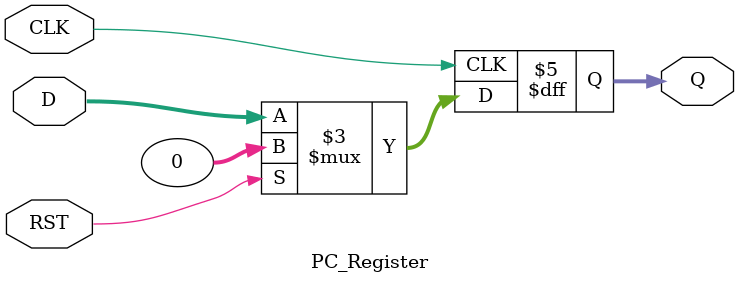
<source format=v>
`timescale 1ns / 1ps


module PC_Register(
    input [31:0] D,
    input CLK, RST,
    output reg [31:0] Q    
    );
    
    always@(posedge CLK)
    if (RST)
        begin
            Q = 0;
        end   
    else
        begin
            Q = D;
        end 
endmodule

</source>
